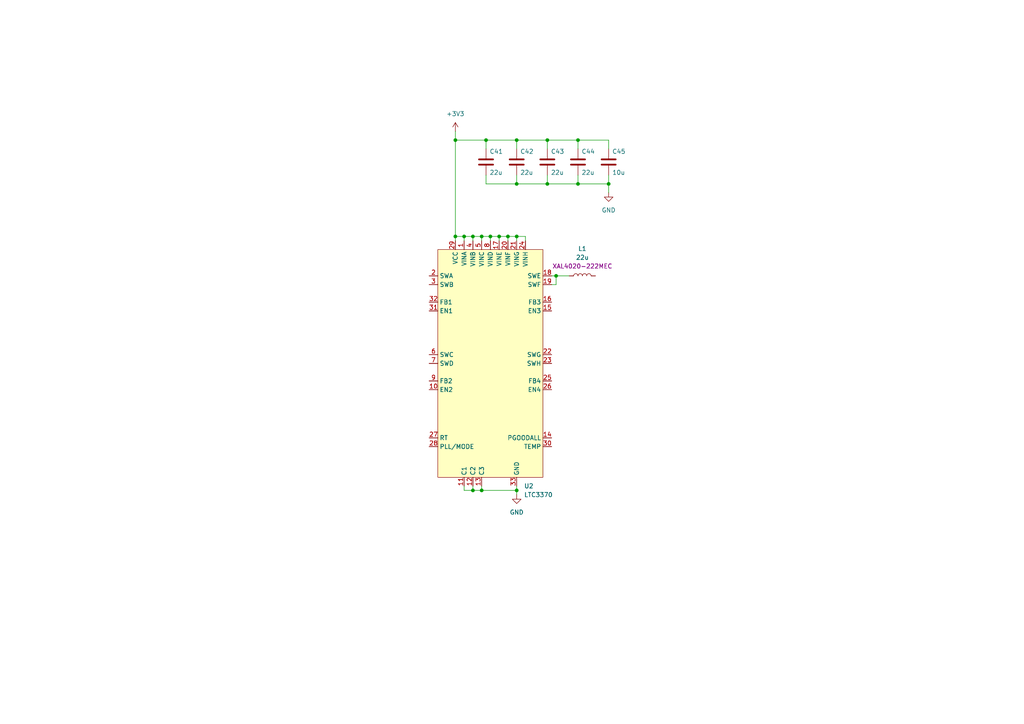
<source format=kicad_sch>
(kicad_sch (version 20250114) (generator "eeschema") (generator_version "9.0")
  (paper "A4")
  (lib_symbols
    (symbol "Device:C" (pin_numbers (hide yes)) (pin_names (offset 0.254))
      (property "Reference" "C" (at 0.635 2.54 0))
      (property "Value" "C" (at 0.635 -2.54 0))
      (symbol "C_0_1"
        (polyline (pts (xy -2.032 0.762) (xy 2.032 0.762)) (stroke (width 0.508)))
        (polyline (pts (xy -2.032 -0.762) (xy 2.032 -0.762)) (stroke (width 0.508)))
      )
      (symbol "C_1_1"
        (pin passive line (at 0 3.81 270) (length 2.794) (name "~") (number "1"))
        (pin passive line (at 0 -3.81 90) (length 2.794) (name "~") (number "2"))
      )
    )
    (symbol "Device:L" (pin_numbers (hide yes)) (pin_names (offset 1.016) (hide yes))
      (property "Reference" "L" (at -1.27 0 90))
      (property "Value" "L" (at 1.905 0 90))
      (symbol "L_0_1"
        (arc (start 0 2.54) (mid 0.6323 1.905) (end 0 1.27))
        (arc (start 0 1.27) (mid 0.6323 0.635) (end 0 0))
        (arc (start 0 0) (mid 0.6323 -0.635) (end 0 -1.27))
        (arc (start 0 -1.27) (mid 0.6323 -1.905) (end 0 -2.54))
      )
      (symbol "L_1_1"
        (pin passive line (at 0 3.81 270) (length 1.27) (name "1") (number "1"))
        (pin passive line (at 0 -3.81 90) (length 1.27) (name "2") (number "2"))
      )
    )
    (symbol "FPGA Accelerator:LTC3370"
      (property "Reference" "U" (at 0 48.26 0))
      (property "Value" "LTC3370" (at 0.254 45.466 0))
      (symbol "LTC3370_0_1"
        (rectangle (start -15.24 20.32) (end 15.24 -45.72) (fill (type background)))
        (pin unspecified line (at -17.78 12.7 0) (length 2.54) (name "SWA") (number "2"))
        (pin unspecified line (at -17.78 10.16 0) (length 2.54) (name "SWB") (number "3"))
        (pin unspecified line (at -17.78 5.08 0) (length 2.54) (name "FB1") (number "32"))
        (pin unspecified line (at -17.78 2.54 0) (length 2.54) (name "EN1") (number "31"))
        (pin unspecified line (at -17.78 -10.16 0) (length 2.54) (name "SWC") (number "6"))
        (pin unspecified line (at -17.78 -12.7 0) (length 2.54) (name "SWD") (number "7"))
        (pin unspecified line (at -17.78 -17.78 0) (length 2.54) (name "FB2") (number "9"))
        (pin unspecified line (at -17.78 -20.32 0) (length 2.54) (name "EN2") (number "10"))
        (pin unspecified line (at -17.78 -34.29 0) (length 2.54) (name "RT") (number "27"))
        (pin unspecified line (at -17.78 -36.83 0) (length 2.54) (name "PLL/MODE") (number "28"))
        (pin unspecified line (at -10.16 22.86 270) (length 2.54) (name "VCC") (number "29"))
        (pin unspecified line (at -7.62 -48.26 90) (length 2.54) (name "C1") (number "11"))
        (pin unspecified line (at -5.08 22.86 270) (length 2.54) (name "VINB") (number "4"))
        (pin unspecified line (at -5.08 -48.26 90) (length 2.54) (name "C2") (number "12"))
        (pin unspecified line (at -2.54 22.86 270) (length 2.54) (name "VINC") (number "5"))
        (pin unspecified line (at -2.54 -48.26 90) (length 2.54) (name "C3") (number "13"))
        (pin unspecified line (at 0 22.86 270) (length 2.54) (name "VIND") (number "8"))
        (pin unspecified line (at 2.54 22.86 270) (length 2.54) (name "VINE") (number "17"))
        (pin unspecified line (at 5.08 22.86 270) (length 2.54) (name "VINF") (number "20"))
        (pin unspecified line (at 7.62 22.86 270) (length 2.54) (name "VING") (number "21"))
        (pin unspecified line (at 10.16 22.86 270) (length 2.54) (name "VINH") (number "24"))
        (pin unspecified line (at 17.78 12.7 180) (length 2.54) (name "SWE") (number "18"))
        (pin unspecified line (at 17.78 10.16 180) (length 2.54) (name "SWF") (number "19"))
        (pin unspecified line (at 17.78 5.08 180) (length 2.54) (name "FB3") (number "16"))
        (pin unspecified line (at 17.78 2.54 180) (length 2.54) (name "EN3") (number "15"))
        (pin unspecified line (at 17.78 -10.16 180) (length 2.54) (name "SWG") (number "22"))
        (pin unspecified line (at 17.78 -12.7 180) (length 2.54) (name "SWH") (number "23"))
        (pin unspecified line (at 17.78 -17.78 180) (length 2.54) (name "FB4") (number "25"))
        (pin unspecified line (at 17.78 -20.32 180) (length 2.54) (name "EN4") (number "26"))
        (pin unspecified line (at 17.78 -34.29 180) (length 2.54) (name "PGOODALL") (number "14"))
        (pin unspecified line (at 17.78 -36.83 180) (length 2.54) (name "TEMP") (number "30"))
      )
      (symbol "LTC3370_1_1"
        (pin unspecified line (at -7.62 22.86 270) (length 2.54) (name "VINA") (number "1"))
        (pin unspecified line (at 7.62 -48.26 90) (length 2.54) (name "GND") (number "33"))
      )
    )
    (symbol "power:+3V3" (power) (pin_numbers (hide yes)) (pin_names (offset 0) (hide yes))
      (property "Value" "+3V3" (at 0 3.556 0))
      (symbol "+3V3_0_1"
        (polyline (pts (xy -0.762 1.27) (xy 0 2.54)))
        (polyline (pts (xy 0 2.54) (xy 0.762 1.27)))
        (polyline (pts (xy 0 0) (xy 0 2.54)))
      )
      (symbol "+3V3_1_1"
        (pin power_in line (at 0 0 90) (length 0) (name "~") (number "1"))
      )
    )
    (symbol "power:GND" (power) (pin_numbers (hide yes)) (pin_names (offset 0) (hide yes))
      (property "Value" "GND" (at 0 -3.81 0))
      (symbol "GND_0_1"
        (polyline (pts (xy 0 0) (xy 0 -1.27) (xy 1.27 -1.27) (xy 0 -2.54) (xy -1.27 -1.27) (xy 0 -1.27)))
      )
      (symbol "GND_1_1"
        (pin power_in line (at 0 0 270) (length 0) (name "~") (number "1"))
      )
    )
  )
  (junction (at 176.53 53.34))
  (junction (at 137.16 142.24))
  (junction (at 158.75 53.34))
  (junction (at 149.86 53.34))
  (junction (at 161.29 80.01))
  (junction (at 147.32 68.58))
  (junction (at 167.64 53.34))
  (junction (at 149.86 142.24))
  (junction (at 140.97 40.64))
  (junction (at 158.75 40.64))
  (junction (at 167.64 40.64))
  (junction (at 132.08 40.64))
  (junction (at 139.7 142.24))
  (junction (at 134.62 68.58))
  (junction (at 144.78 68.58))
  (junction (at 139.7 68.58))
  (junction (at 137.16 68.58))
  (junction (at 149.86 40.64))
  (junction (at 149.86 68.58))
  (junction (at 142.24 68.58))
  (junction (at 132.08 68.58))
  (wire (pts (xy 149.86 68.58) (xy 152.4 68.58)))
  (wire (pts (xy 132.08 68.58) (xy 132.08 69.85)))
  (wire (pts (xy 139.7 140.97) (xy 139.7 142.24)))
  (wire (pts (xy 144.78 68.58) (xy 142.24 68.58)))
  (wire (pts (xy 149.86 140.97) (xy 149.86 142.24)))
  (wire (pts (xy 132.08 38.1) (xy 132.08 40.64)))
  (wire (pts (xy 132.08 40.64) (xy 132.08 68.58)))
  (wire (pts (xy 158.75 53.34) (xy 158.75 50.8)))
  (wire (pts (xy 149.86 53.34) (xy 149.86 50.8)))
  (wire (pts (xy 149.86 40.64) (xy 149.86 43.18)))
  (wire (pts (xy 149.86 143.51) (xy 149.86 142.24)))
  (wire (pts (xy 144.78 68.58) (xy 147.32 68.58)))
  (wire (pts (xy 161.29 80.01) (xy 161.29 82.55)))
  (wire (pts (xy 134.62 68.58) (xy 134.62 69.85)))
  (wire (pts (xy 139.7 68.58) (xy 139.7 69.85)))
  (wire (pts (xy 147.32 68.58) (xy 147.32 69.85)))
  (wire (pts (xy 137.16 68.58) (xy 137.16 69.85)))
  (wire (pts (xy 149.86 53.34) (xy 140.97 53.34)))
  (wire (pts (xy 147.32 68.58) (xy 149.86 68.58)))
  (wire (pts (xy 132.08 40.64) (xy 140.97 40.64)))
  (wire (pts (xy 140.97 40.64) (xy 149.86 40.64)))
  (wire (pts (xy 140.97 43.18) (xy 140.97 40.64)))
  (wire (pts (xy 167.64 53.34) (xy 158.75 53.34)))
  (wire (pts (xy 176.53 53.34) (xy 167.64 53.34)))
  (wire (pts (xy 149.86 40.64) (xy 158.75 40.64)))
  (wire (pts (xy 134.62 140.97) (xy 134.62 142.24)))
  (wire (pts (xy 165.1 80.01) (xy 161.29 80.01)))
  (wire (pts (xy 167.64 40.64) (xy 176.53 40.64)))
  (wire (pts (xy 137.16 140.97) (xy 137.16 142.24)))
  (wire (pts (xy 158.75 40.64) (xy 167.64 40.64)))
  (wire (pts (xy 149.86 53.34) (xy 158.75 53.34)))
  (wire (pts (xy 167.64 53.34) (xy 167.64 50.8)))
  (wire (pts (xy 132.08 68.58) (xy 134.62 68.58)))
  (wire (pts (xy 142.24 68.58) (xy 139.7 68.58)))
  (wire (pts (xy 152.4 68.58) (xy 152.4 69.85)))
  (wire (pts (xy 139.7 68.58) (xy 137.16 68.58)))
  (wire (pts (xy 134.62 142.24) (xy 137.16 142.24)))
  (wire (pts (xy 149.86 68.58) (xy 149.86 69.85)))
  (wire (pts (xy 160.02 82.55) (xy 161.29 82.55)))
  (wire (pts (xy 134.62 68.58) (xy 137.16 68.58)))
  (wire (pts (xy 137.16 142.24) (xy 139.7 142.24)))
  (wire (pts (xy 139.7 142.24) (xy 149.86 142.24)))
  (wire (pts (xy 167.64 40.64) (xy 167.64 43.18)))
  (wire (pts (xy 142.24 68.58) (xy 142.24 69.85)))
  (wire (pts (xy 176.53 55.88) (xy 176.53 53.34)))
  (wire (pts (xy 144.78 68.58) (xy 144.78 69.85)))
  (wire (pts (xy 176.53 53.34) (xy 176.53 50.8)))
  (wire (pts (xy 140.97 53.34) (xy 140.97 50.8)))
  (wire (pts (xy 161.29 80.01) (xy 160.02 80.01)))
  (wire (pts (xy 158.75 40.64) (xy 158.75 43.18)))
  (wire (pts (xy 176.53 40.64) (xy 176.53 43.18)))
  (symbol (lib_id "Device:L") (at 168.91 80.01 90) (unit 1)
    (property "Reference" "L1" (at 168.91 72.136 90))
    (property "Value" "22u" (at 168.91 74.676 90))
    (property "Description" "Inductor" (effects (hide yes)))
    (property "MPN" "XAL4020-222MEC" (at 168.91 77.216 90))
  )
  (symbol (lib_id "power:GND") (at 176.53 55.88 0) (unit 1)
    (property "Reference" "#PWR018" (effects (hide yes)))
    (property "Value" "GND" (at 176.53 60.96 0))
    (property "Description" "Power symbol creates a global label with name \"GND\" , ground" (effects (hide yes)))
  )
  (symbol (lib_id "Device:C") (at 140.97 46.99 0) (unit 1)
    (property "Reference" "C41" (at 141.986 43.942 0) (effects (justify left)))
    (property "Value" "22u" (at 141.986 50.038 0) (effects (justify left)))
    (property "Description" "Unpolarized capacitor" (effects (hide yes)))
  )
  (symbol (lib_id "power:+3V3") (at 132.08 38.1 0) (unit 1)
    (property "Reference" "#PWR04" (effects (hide yes)))
    (property "Value" "+3V3" (at 132.08 33.02 0))
    (property "Description" "Power symbol creates a global label with name \"+3V3\"" (effects (hide yes)))
  )
  (symbol (lib_id "Device:C") (at 176.53 46.99 0) (unit 1)
    (property "Reference" "C45" (at 177.546 43.942 0) (effects (justify left)))
    (property "Value" "10u" (at 177.546 50.038 0) (effects (justify left)))
    (property "Description" "Unpolarized capacitor" (effects (hide yes)))
  )
  (symbol (lib_id "Device:C") (at 158.75 46.99 0) (unit 1)
    (property "Reference" "C43" (at 159.766 43.942 0) (effects (justify left)))
    (property "Value" "22u" (at 159.766 50.038 0) (effects (justify left)))
    (property "Description" "Unpolarized capacitor" (effects (hide yes)))
  )
  (symbol (lib_id "power:GND") (at 149.86 143.51 0) (unit 1)
    (property "Reference" "#PWR020" (effects (hide yes)))
    (property "Value" "GND" (at 149.86 148.59 0))
    (property "Description" "Power symbol creates a global label with name \"GND\" , ground" (effects (hide yes)))
  )
  (symbol (lib_id "Device:C") (at 167.64 46.99 0) (unit 1)
    (property "Reference" "C44" (at 168.656 43.942 0) (effects (justify left)))
    (property "Value" "22u" (at 168.656 50.038 0) (effects (justify left)))
    (property "Description" "Unpolarized capacitor" (effects (hide yes)))
  )
  (symbol (lib_id "Device:C") (at 149.86 46.99 0) (unit 1)
    (property "Reference" "C42" (at 150.876 43.942 0) (effects (justify left)))
    (property "Value" "22u" (at 150.876 50.038 0) (effects (justify left)))
    (property "Description" "Unpolarized capacitor" (effects (hide yes)))
  )
  (symbol (lib_id "FPGA Accelerator:LTC3370") (at 142.24 92.71 0) (unit 1)
    (property "Reference" "U2" (at 152.0033 140.97 0) (effects (justify left)))
    (property "Value" "LTC3370" (at 152.0033 143.51 0) (effects (justify left)))
    (property "Footprint" "Package_DFN_QFN:QFN-32-1EP_5x5mm_P0.5mm_EP3.45x3.45mm_ThermalVias" (effects (hide yes)))
    (property "Datasheet" "https://lcsc.com/product-detail/Pre-ordered-Products_Analog-Devices_LTC3370EUH-TRPBF_Analog-Devices-ADI-LINEAR-LTC3370EUH-TRPBF_C684500.html" (effects (hide yes)))
    (property "LCSC Part" "C684500" (effects (hide yes)))
  )
)
</source>
